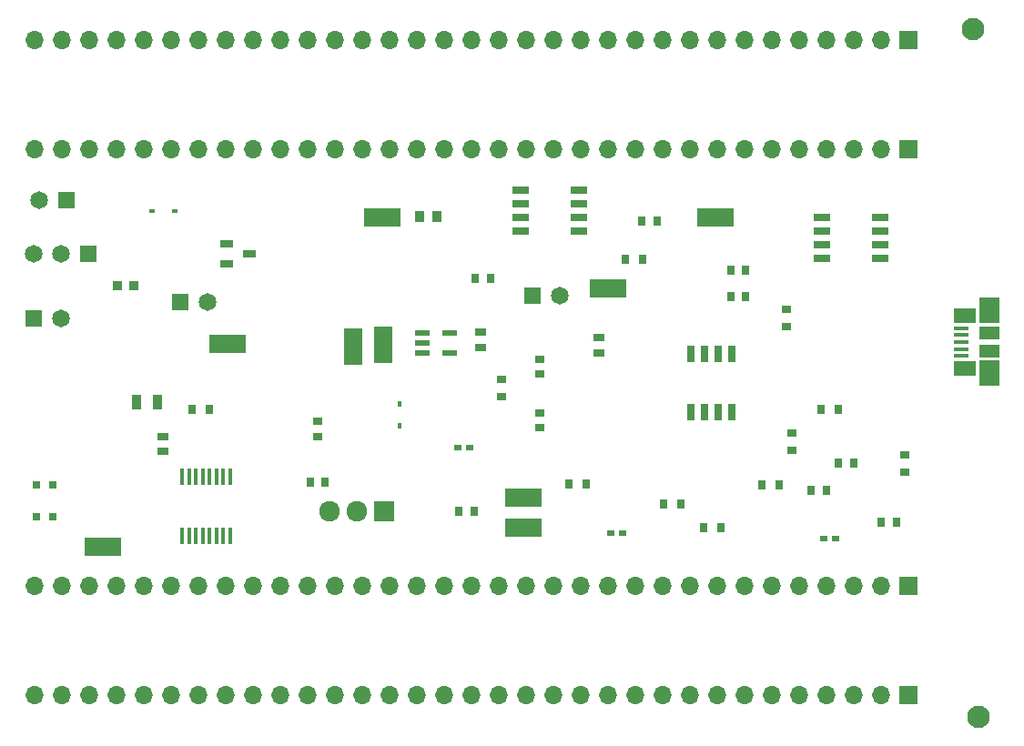
<source format=gts>
G04 #@! TF.GenerationSoftware,KiCad,Pcbnew,(6.0.2)*
G04 #@! TF.CreationDate,2022-04-16T20:00:21+02:00*
G04 #@! TF.ProjectId,main,6d61696e-2e6b-4696-9361-645f70636258,rev?*
G04 #@! TF.SameCoordinates,Original*
G04 #@! TF.FileFunction,Soldermask,Top*
G04 #@! TF.FilePolarity,Negative*
%FSLAX46Y46*%
G04 Gerber Fmt 4.6, Leading zero omitted, Abs format (unit mm)*
G04 Created by KiCad (PCBNEW (6.0.2)) date 2022-04-16 20:00:21*
%MOMM*%
%LPD*%
G01*
G04 APERTURE LIST*
%ADD10C,2.100000*%
%ADD11R,0.800000X0.800000*%
%ADD12R,0.450000X0.600000*%
%ADD13R,0.940000X0.730000*%
%ADD14R,0.980000X0.760000*%
%ADD15R,1.800000X3.400000*%
%ADD16R,0.700000X0.600000*%
%ADD17R,0.730000X0.940000*%
%ADD18R,0.950000X0.800000*%
%ADD19R,1.400000X0.600000*%
%ADD20R,0.650000X1.525000*%
%ADD21R,1.650000X1.650000*%
%ADD22C,1.650000*%
%ADD23R,1.250000X0.650000*%
%ADD24R,0.435000X1.526000*%
%ADD25R,3.400000X1.800000*%
%ADD26R,0.750000X0.600000*%
%ADD27R,1.920000X1.920000*%
%ADD28C,1.920000*%
%ADD29R,1.525000X0.650000*%
%ADD30R,1.700000X1.700000*%
%ADD31O,1.700000X1.700000*%
%ADD32R,0.800000X0.950000*%
%ADD33R,0.900000X0.950000*%
%ADD34R,0.900000X1.000000*%
%ADD35R,0.600000X0.450000*%
%ADD36R,0.950000X1.400000*%
%ADD37R,1.380000X0.450000*%
%ADD38R,2.100000X1.475000*%
%ADD39R,1.900000X1.175000*%
%ADD40R,1.900000X2.375000*%
G04 APERTURE END LIST*
D10*
X185928000Y-82804000D03*
X186436000Y-146812000D03*
D11*
X98870000Y-128205000D03*
X100370000Y-128205000D03*
D12*
X132620000Y-117655000D03*
X132620000Y-119755000D03*
D13*
X145620000Y-119915000D03*
X145620000Y-118495000D03*
X145620000Y-114915000D03*
X145620000Y-113495000D03*
D14*
X140120000Y-110995000D03*
X140120000Y-112415000D03*
D15*
X131120000Y-112205000D03*
D16*
X138070000Y-121705000D03*
X139170000Y-121705000D03*
D17*
X139540000Y-127705000D03*
X138120000Y-127705000D03*
D18*
X179620000Y-124005000D03*
X179620000Y-122405000D03*
D19*
X134750000Y-111050000D03*
X134750000Y-112000000D03*
X134750000Y-112950000D03*
X137250000Y-112950000D03*
X137250000Y-111050000D03*
D20*
X159715000Y-118417000D03*
X160985000Y-118417000D03*
X162255000Y-118417000D03*
X163525000Y-118417000D03*
X163525000Y-112993000D03*
X162255000Y-112993000D03*
X160985000Y-112993000D03*
X159715000Y-112993000D03*
D21*
X112215000Y-108230000D03*
D22*
X114755000Y-108230000D03*
D23*
X116570000Y-102755000D03*
X116570000Y-104655000D03*
X118670000Y-103705000D03*
D24*
X112398000Y-129917000D03*
X113032000Y-129917000D03*
X113668000Y-129917000D03*
X114302000Y-129917000D03*
X114938000Y-129917000D03*
X115572000Y-129917000D03*
X116208000Y-129917000D03*
X116842000Y-129917000D03*
X116842000Y-124493000D03*
X116208000Y-124493000D03*
X115572000Y-124493000D03*
X114938000Y-124493000D03*
X114302000Y-124493000D03*
X113668000Y-124493000D03*
X113032000Y-124493000D03*
X112398000Y-124493000D03*
D25*
X161970000Y-100350000D03*
D17*
X124290000Y-125000000D03*
X125710000Y-125000000D03*
D26*
X152270000Y-129705000D03*
X153370000Y-129705000D03*
D18*
X142120000Y-117005000D03*
X142120000Y-115405000D03*
D17*
X156540000Y-100705000D03*
X155120000Y-100705000D03*
D27*
X131160000Y-127705000D03*
D28*
X128620000Y-127705000D03*
X126080000Y-127705000D03*
D25*
X131020000Y-100350000D03*
D29*
X171908000Y-100300000D03*
X171908000Y-101570000D03*
X171908000Y-102840000D03*
X171908000Y-104110000D03*
X177332000Y-104110000D03*
X177332000Y-102840000D03*
X177332000Y-101570000D03*
X177332000Y-100300000D03*
D21*
X103620000Y-103705000D03*
D22*
X101080000Y-103705000D03*
X98540000Y-103705000D03*
D17*
X163410000Y-107705000D03*
X164830000Y-107705000D03*
D25*
X152000000Y-106900000D03*
D30*
X179940000Y-94000000D03*
D31*
X177400000Y-94000000D03*
X174860000Y-94000000D03*
X172320000Y-94000000D03*
X169780000Y-94000000D03*
X167240000Y-94000000D03*
X164700000Y-94000000D03*
X162160000Y-94000000D03*
X159620000Y-94000000D03*
X157080000Y-94000000D03*
X154540000Y-94000000D03*
X152000000Y-94000000D03*
X149460000Y-94000000D03*
X146920000Y-94000000D03*
X144380000Y-94000000D03*
X141840000Y-94000000D03*
X139300000Y-94000000D03*
X136760000Y-94000000D03*
X134220000Y-94000000D03*
X131680000Y-94000000D03*
X129140000Y-94000000D03*
X126600000Y-94000000D03*
X124060000Y-94000000D03*
X121520000Y-94000000D03*
X118980000Y-94000000D03*
X116440000Y-94000000D03*
X113900000Y-94000000D03*
X111360000Y-94000000D03*
X108820000Y-94000000D03*
X106280000Y-94000000D03*
X103740000Y-94000000D03*
X101200000Y-94000000D03*
X98660000Y-94000000D03*
D11*
X98870000Y-125205000D03*
X100370000Y-125205000D03*
D21*
X145015000Y-107600000D03*
D22*
X147555000Y-107600000D03*
D13*
X125000000Y-119290000D03*
X125000000Y-120710000D03*
D18*
X168620000Y-110505000D03*
X168620000Y-108905000D03*
D17*
X163410000Y-105205000D03*
X164830000Y-105205000D03*
D32*
X113320000Y-118205000D03*
X114920000Y-118205000D03*
D25*
X144120000Y-126405000D03*
D32*
X148345000Y-125155000D03*
X149945000Y-125155000D03*
D25*
X105000000Y-131000000D03*
D21*
X101620000Y-98705000D03*
D22*
X99080000Y-98705000D03*
D33*
X106370000Y-106705000D03*
X107870000Y-106705000D03*
D30*
X179940000Y-83840000D03*
D31*
X177400000Y-83840000D03*
X174860000Y-83840000D03*
X172320000Y-83840000D03*
X169780000Y-83840000D03*
X167240000Y-83840000D03*
X164700000Y-83840000D03*
X162160000Y-83840000D03*
X159620000Y-83840000D03*
X157080000Y-83840000D03*
X154540000Y-83840000D03*
X152000000Y-83840000D03*
X149460000Y-83840000D03*
X146920000Y-83840000D03*
X144380000Y-83840000D03*
X141840000Y-83840000D03*
X139300000Y-83840000D03*
X136760000Y-83840000D03*
X134220000Y-83840000D03*
X131680000Y-83840000D03*
X129140000Y-83840000D03*
X126600000Y-83840000D03*
X124060000Y-83840000D03*
X121520000Y-83840000D03*
X118980000Y-83840000D03*
X116440000Y-83840000D03*
X113900000Y-83840000D03*
X111360000Y-83840000D03*
X108820000Y-83840000D03*
X106280000Y-83840000D03*
X103740000Y-83840000D03*
X101200000Y-83840000D03*
X98660000Y-83840000D03*
D17*
X173410000Y-123205000D03*
X174830000Y-123205000D03*
D25*
X144120000Y-129205000D03*
D32*
X157200000Y-127000000D03*
X158800000Y-127000000D03*
D15*
X128320000Y-112315000D03*
D32*
X166320000Y-125205000D03*
X167920000Y-125205000D03*
D30*
X179940000Y-144800000D03*
D31*
X177400000Y-144800000D03*
X174860000Y-144800000D03*
X172320000Y-144800000D03*
X169780000Y-144800000D03*
X167240000Y-144800000D03*
X164700000Y-144800000D03*
X162160000Y-144800000D03*
X159620000Y-144800000D03*
X157080000Y-144800000D03*
X154540000Y-144800000D03*
X152000000Y-144800000D03*
X149460000Y-144800000D03*
X146920000Y-144800000D03*
X144380000Y-144800000D03*
X141840000Y-144800000D03*
X139300000Y-144800000D03*
X136760000Y-144800000D03*
X134220000Y-144800000D03*
X131680000Y-144800000D03*
X129140000Y-144800000D03*
X126600000Y-144800000D03*
X124060000Y-144800000D03*
X121520000Y-144800000D03*
X118980000Y-144800000D03*
X116440000Y-144800000D03*
X113900000Y-144800000D03*
X111360000Y-144800000D03*
X108820000Y-144800000D03*
X106280000Y-144800000D03*
X103740000Y-144800000D03*
X101200000Y-144800000D03*
X98660000Y-144800000D03*
D26*
X173170000Y-130205000D03*
X172070000Y-130205000D03*
D17*
X177410000Y-128705000D03*
X178830000Y-128705000D03*
D34*
X134445000Y-100225000D03*
X136045000Y-100225000D03*
D17*
X139620000Y-106000000D03*
X141040000Y-106000000D03*
D32*
X153620000Y-104205000D03*
X155220000Y-104205000D03*
D18*
X169120000Y-122005000D03*
X169120000Y-120405000D03*
D30*
X179940000Y-134640000D03*
D31*
X177400000Y-134640000D03*
X174860000Y-134640000D03*
X172320000Y-134640000D03*
X169780000Y-134640000D03*
X167240000Y-134640000D03*
X164700000Y-134640000D03*
X162160000Y-134640000D03*
X159620000Y-134640000D03*
X157080000Y-134640000D03*
X154540000Y-134640000D03*
X152000000Y-134640000D03*
X149460000Y-134640000D03*
X146920000Y-134640000D03*
X144380000Y-134640000D03*
X141840000Y-134640000D03*
X139300000Y-134640000D03*
X136760000Y-134640000D03*
X134220000Y-134640000D03*
X131680000Y-134640000D03*
X129140000Y-134640000D03*
X126600000Y-134640000D03*
X124060000Y-134640000D03*
X121520000Y-134640000D03*
X118980000Y-134640000D03*
X116440000Y-134640000D03*
X113900000Y-134640000D03*
X111360000Y-134640000D03*
X108820000Y-134640000D03*
X106280000Y-134640000D03*
X103740000Y-134640000D03*
X101200000Y-134640000D03*
X98660000Y-134640000D03*
D32*
X171820000Y-118205000D03*
X173420000Y-118205000D03*
D21*
X98620000Y-109705000D03*
D22*
X101160000Y-109705000D03*
D25*
X116650000Y-112130000D03*
D35*
X109570000Y-99705000D03*
X111670000Y-99705000D03*
D32*
X160865000Y-129205000D03*
X162465000Y-129205000D03*
D17*
X170910000Y-125705000D03*
X172330000Y-125705000D03*
D29*
X143908000Y-97800000D03*
X143908000Y-99070000D03*
X143908000Y-100340000D03*
X143908000Y-101610000D03*
X149332000Y-101610000D03*
X149332000Y-100340000D03*
X149332000Y-99070000D03*
X149332000Y-97800000D03*
D36*
X108170000Y-117525000D03*
X110070000Y-117525000D03*
D14*
X151120000Y-112915000D03*
X151120000Y-111495000D03*
X110620000Y-122125000D03*
X110620000Y-120705000D03*
D37*
X184840000Y-113212500D03*
X184840000Y-112562500D03*
X184840000Y-111912500D03*
X184840000Y-111262500D03*
X184840000Y-110612500D03*
D38*
X185200000Y-109460000D03*
X185200000Y-114365000D03*
D39*
X187500000Y-112750000D03*
X187500000Y-111075000D03*
D40*
X187500000Y-114825000D03*
X187500000Y-109000000D03*
M02*

</source>
